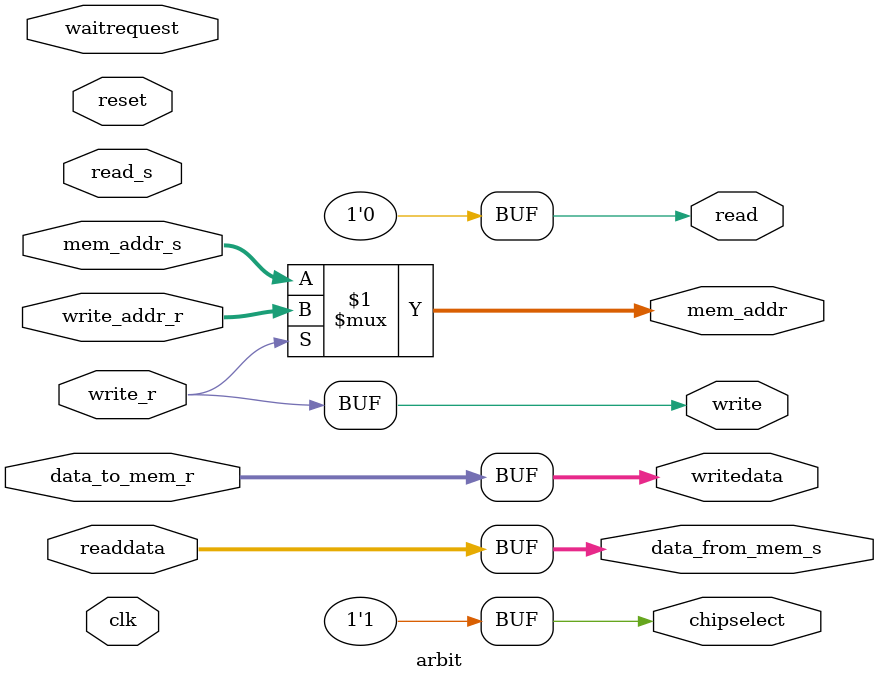
<source format=v>
/*arbiter has a avalon-master port writing to S2 of the main CPU memory,
* and the other two parts are from send and recv,
* arbitration is necessary between the send and the recv*/
module arbit  #(
		parameter cpu_width = 32,
		parameter packetizer_width = 128,
		parameter data_width = 32,
		parameter mem_width = 32,
		parameter mem_depth = 11,
		parameter threshold  = 1,
		parameter SIZE = 3
)(
	   /*******connect to s2 of memory for writing(recv) and reading(send) **********/
		input  wire 		 waitrequest, //not used 
		output wire        write,
		output wire [data_width-1:0]   writedata,   
		output wire [19:0] mem_addr,
		input  wire [data_width-1:0]   readdata,   
		output wire chipselect,
		output wire read, //same as chipselect here, only for interfacing as avalon memory mapped master

		////////////////////////acc_send//////////////added for datatype, data fetched from CPU/////////////
		
		input wire [19:0] mem_addr_s,
		output  wire [data_width-1:0]   data_from_mem_s,   
		input wire read_s, //same as chipselect here, only for interfacing as avalon memory mapped master
		//output  wire hold,
		
	
		////////////////////////acc_recv////////////////////////////
		input wire        write_r,
		input wire [19:0] write_addr_r,
		input wire [data_width-1:0]   data_to_mem_r,
		///////////////////////avalon requirements/////////////////
		input wire reset,     //       reset_1.reset
		input wire clk                       //         clock.clk
);

assign write = write_r;
assign read  = 'b0;
assign mem_addr = write_r ? write_addr_r[19:0] : mem_addr_s;    //address of NIOSII memory is from zero to 32'hf9fff  
assign writedata = data_to_mem_r; 
assign data_from_mem_s = readdata;
assign chipselect = 1'b1;

endmodule
</source>
